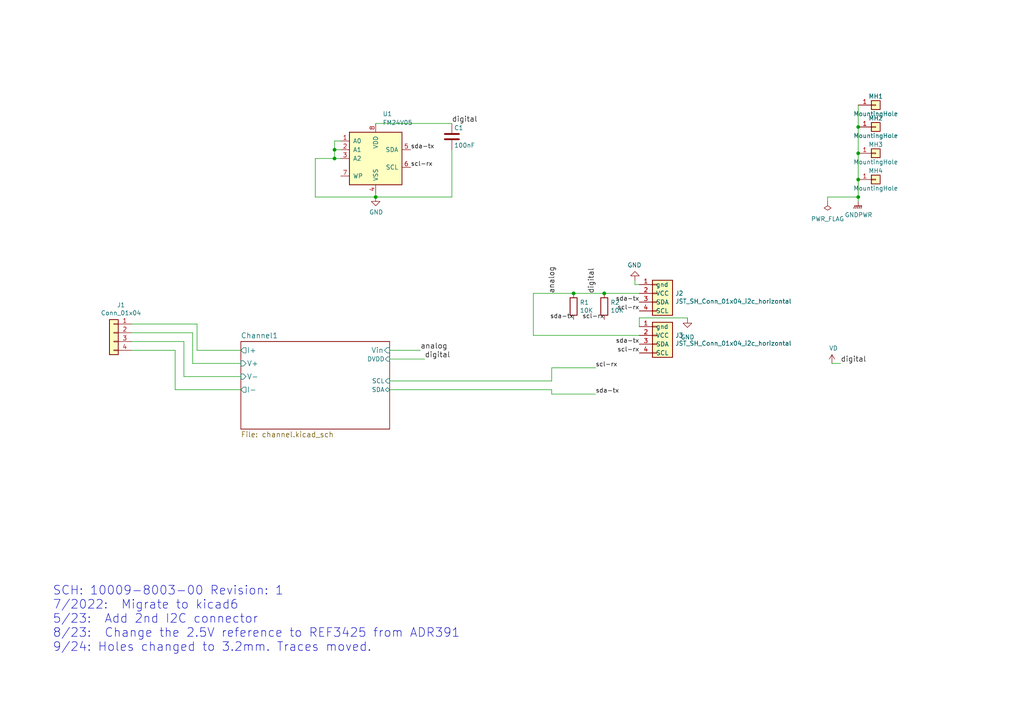
<source format=kicad_sch>
(kicad_sch (version 20230121) (generator eeschema)
  (paper "A4")
  (lib_symbols
    (symbol "0JLC-6:10K" (pin_numbers hide) (pin_names (offset 0))
      (property "Reference" "R" (at 2.032 0 90))
      (property "Value" "10K" (at 0 0 90))
      (symbol "10K_0_1"
        (rectangle (start -1.016 -2.54) (end 1.016 2.54) (stroke (width 0.254)))
      )
      (symbol "10K_1_1"
        (pin passive line (at 0 3.81 270) (length 1.27) (name "~") (number "1"))
        (pin passive line (at 0 -3.81 90) (length 1.27) (name "~") (number "2"))
      )
    )
    (symbol "0JLC-6:JST_SH_Conn_01x04_i2c_horizontal" (pin_names (offset 1.016))
      (property "Reference" "J" (at 0 5.08 0))
      (property "Value" "JST_SH_Conn_01x04_i2c_horizontal" (at 0 -7.62 0))
      (symbol "JST_SH_Conn_01x04_i2c_horizontal_1_1"
        (rectangle (start -1.27 -4.953) (end 0 -5.207) (stroke (width 0.1524)))
        (rectangle (start -1.27 -2.413) (end 0 -2.667) (stroke (width 0.1524)))
        (rectangle (start -1.27 0.127) (end 0 -0.127) (stroke (width 0.1524)))
        (rectangle (start -1.27 2.667) (end 0 2.413) (stroke (width 0.1524)))
        (rectangle (start -1.27 3.81) (end 4.572 -6.35) (stroke (width 0.254)) (fill (type background)))
        (pin passive line (at -5.08 2.54 0) (length 3.81) (name "gnd") (number "1"))
        (pin passive line (at -5.08 0 0) (length 3.81) (name "VCC") (number "2"))
        (pin passive line (at -5.08 -2.54 0) (length 3.81) (name "SDA") (number "3"))
        (pin passive line (at -5.08 -5.08 0) (length 3.81) (name "SCL") (number "4"))
      )
    )
    (symbol "Connector_Generic:Conn_01x04" (pin_names (offset 1.016) hide)
      (property "Reference" "J" (at 0 5.08 0))
      (property "Value" "Conn_01x04" (at 0 -7.62 0))
      (symbol "Conn_01x04_1_1"
        (rectangle (start -1.27 -4.953) (end 0 -5.207) (stroke (width 0.1524)))
        (rectangle (start -1.27 -2.413) (end 0 -2.667) (stroke (width 0.1524)))
        (rectangle (start -1.27 0.127) (end 0 -0.127) (stroke (width 0.1524)))
        (rectangle (start -1.27 2.667) (end 0 2.413) (stroke (width 0.1524)))
        (rectangle (start -1.27 3.81) (end 1.27 -6.35) (stroke (width 0.254)) (fill (type background)))
        (pin passive line (at -5.08 2.54 0) (length 3.81) (name "Pin_1") (number "1"))
        (pin passive line (at -5.08 0 0) (length 3.81) (name "Pin_2") (number "2"))
        (pin passive line (at -5.08 -2.54 0) (length 3.81) (name "Pin_3") (number "3"))
        (pin passive line (at -5.08 -5.08 0) (length 3.81) (name "Pin_4") (number "4"))
      )
    )
    (symbol "Device:C" (pin_numbers hide) (pin_names (offset 0.254))
      (property "Reference" "C" (at 0.635 2.54 0))
      (property "Value" "C" (at 0.635 -2.54 0))
      (symbol "C_0_1"
        (polyline (pts (xy -2.032 -0.762) (xy 2.032 -0.762)) (stroke (width 0.508)))
        (polyline (pts (xy -2.032 0.762) (xy 2.032 0.762)) (stroke (width 0.508)))
      )
      (symbol "C_1_1"
        (pin passive line (at 0 3.81 270) (length 2.794) (name "~") (number "1"))
        (pin passive line (at 0 -3.81 90) (length 2.794) (name "~") (number "2"))
      )
    )
    (symbol "MH:MountingHole" (pin_names (offset 1.016) hide)
      (property "Reference" "MH" (at 0 2.54 0))
      (property "Value" "MountingHole" (at 0 -2.54 0))
      (symbol "MountingHole_1_1"
        (rectangle (start -1.27 0.127) (end 0 -0.127) (stroke (width 0.1524)))
        (rectangle (start -1.27 1.27) (end 1.27 -1.27) (stroke (width 0.254)) (fill (type background)))
        (pin passive line (at -5.08 0 0) (length 3.81) (name "Pin_1") (number "1"))
      )
    )
    (symbol "Memory_NVRAM:FM24C64C" (pin_names (offset 1.016))
      (property "Reference" "U" (at -5.08 8.89 0))
      (property "Value" "FM24C64C" (at 6.35 -8.89 0))
      (symbol "FM24C64C_0_1"
        (rectangle (start -7.62 7.62) (end 7.62 -7.62) (stroke (width 0.254)) (fill (type background)))
      )
      (symbol "FM24C64C_1_1"
        (pin input line (at -10.16 5.08 0) (length 2.54) (name "A0") (number "1"))
        (pin input line (at -10.16 2.54 0) (length 2.54) (name "A1") (number "2"))
        (pin input line (at -10.16 0 0) (length 2.54) (name "A2") (number "3"))
        (pin power_in line (at 0 -10.16 90) (length 2.54) (name "VSS") (number "4"))
        (pin bidirectional line (at 10.16 2.54 180) (length 2.54) (name "SDA") (number "5"))
        (pin input line (at 10.16 -2.54 180) (length 2.54) (name "SCL") (number "6"))
        (pin input line (at -10.16 -5.08 0) (length 2.54) (name "WP") (number "7"))
        (pin power_in line (at 0 10.16 270) (length 2.54) (name "VDD") (number "8"))
      )
    )
    (symbol "power:GND" (power) (pin_names (offset 0))
      (property "Value" "GND" (at 0 -3.81 0))
      (symbol "GND_0_1"
        (polyline (pts (xy 0 0) (xy 0 -1.27) (xy 1.27 -1.27) (xy 0 -2.54) (xy -1.27 -1.27) (xy 0 -1.27)))
      )
      (symbol "GND_1_1"
        (pin power_in line (at 0 0 270) (length 0) hide (name "GND") (number "1"))
      )
    )
    (symbol "power:GNDPWR" (power) (pin_names (offset 0))
      (property "Value" "GNDPWR" (at 0 -3.302 0))
      (symbol "GNDPWR_0_1"
        (polyline (pts (xy 0 -1.27) (xy 0 0)))
        (polyline (pts (xy -1.016 -1.27) (xy -1.27 -2.032) (xy -1.27 -2.032)) (stroke (width 0.2032)))
        (polyline (pts (xy -0.508 -1.27) (xy -0.762 -2.032) (xy -0.762 -2.032)) (stroke (width 0.2032)))
        (polyline (pts (xy 0 -1.27) (xy -0.254 -2.032) (xy -0.254 -2.032)) (stroke (width 0.2032)))
        (polyline (pts (xy 0.508 -1.27) (xy 0.254 -2.032) (xy 0.254 -2.032)) (stroke (width 0.2032)))
        (polyline (pts (xy 1.016 -1.27) (xy -1.016 -1.27) (xy -1.016 -1.27)) (stroke (width 0.2032)))
        (polyline (pts (xy 1.016 -1.27) (xy 0.762 -2.032) (xy 0.762 -2.032) (xy 0.762 -2.032)) (stroke (width 0.2032)))
      )
      (symbol "GNDPWR_1_1"
        (pin power_in line (at 0 0 270) (length 0) hide (name "GNDPWR") (number "1"))
      )
    )
    (symbol "power:PWR_FLAG" (power) (pin_numbers hide) (pin_names (offset 0) hide)
      (property "Value" "PWR_FLAG" (at 0 3.81 0))
      (symbol "PWR_FLAG_0_0"
        (pin power_out line (at 0 0 90) (length 0) (name "pwr") (number "1"))
      )
      (symbol "PWR_FLAG_0_1"
        (polyline (pts (xy 0 0) (xy 0 1.27) (xy -1.016 1.905) (xy 0 2.54) (xy 1.016 1.905) (xy 0 1.27)))
      )
    )
    (symbol "power:VD" (power) (pin_names (offset 0))
      (property "Value" "VD" (at 0 3.81 0))
      (symbol "VD_0_1"
        (polyline (pts (xy -0.762 1.27) (xy 0 2.54)))
        (polyline (pts (xy 0 0) (xy 0 2.54)))
        (polyline (pts (xy 0 2.54) (xy 0.762 1.27)))
      )
      (symbol "VD_1_1"
        (pin power_in line (at 0 0 90) (length 0) hide (name "VD") (number "1"))
      )
    )
  )
  (junction (at 108.966 57.15))
  (junction (at 97.028 45.974))
  (junction (at 175.26 85.09))
  (junction (at 248.92 52.07))
  (junction (at 248.92 36.83))
  (junction (at 166.37 85.09))
  (junction (at 97.028 43.434))
  (junction (at 248.92 44.45))
  (junction (at 248.92 57.15))
  (wire (pts (xy 154.686 97.282) (xy 154.686 85.09)))
  (wire (pts (xy 109.22 57.15) (xy 131.064 57.15)))
  (wire (pts (xy 113.03 113.03) (xy 160.02 113.03)))
  (wire (pts (xy 160.02 110.49) (xy 160.02 106.68)))
  (wire (pts (xy 185.42 92.202) (xy 199.39 92.202)))
  (wire (pts (xy 248.92 57.15) (xy 248.92 58.42)))
  (wire (pts (xy 131.064 43.434) (xy 131.064 57.15)))
  (wire (pts (xy 108.966 56.134) (xy 108.966 57.15)))
  (wire (pts (xy 199.39 92.202) (xy 199.39 92.456)))
  (wire (pts (xy 241.3 105.41) (xy 243.84 105.41)))
  (wire (pts (xy 57.15 93.98) (xy 57.15 101.6)))
  (wire (pts (xy 121.92 101.6) (xy 113.03 101.6)))
  (wire (pts (xy 53.34 99.06) (xy 53.34 109.22)))
  (wire (pts (xy 185.42 94.742) (xy 185.42 92.202)))
  (wire (pts (xy 91.44 45.974) (xy 97.028 45.974)))
  (wire (pts (xy 184.15 82.55) (xy 184.15 81.28)))
  (wire (pts (xy 55.88 105.41) (xy 69.85 105.41)))
  (wire (pts (xy 98.806 45.974) (xy 97.028 45.974)))
  (wire (pts (xy 55.88 105.41) (xy 55.88 96.52)))
  (wire (pts (xy 185.42 97.282) (xy 154.686 97.282)))
  (wire (pts (xy 97.028 43.434) (xy 97.028 40.894)))
  (wire (pts (xy 113.03 104.14) (xy 123.19 104.14)))
  (wire (pts (xy 55.88 96.52) (xy 38.1 96.52)))
  (wire (pts (xy 175.26 85.09) (xy 185.42 85.09)))
  (wire (pts (xy 38.1 101.6) (xy 50.8 101.6)))
  (wire (pts (xy 97.028 40.894) (xy 98.806 40.894)))
  (wire (pts (xy 240.03 58.42) (xy 240.03 57.15)))
  (wire (pts (xy 50.8 113.03) (xy 50.8 101.6)))
  (wire (pts (xy 69.85 113.03) (xy 50.8 113.03)))
  (wire (pts (xy 91.44 57.15) (xy 91.44 45.974)))
  (wire (pts (xy 166.37 85.09) (xy 175.26 85.09)))
  (wire (pts (xy 53.34 109.22) (xy 69.85 109.22)))
  (wire (pts (xy 154.686 85.09) (xy 166.37 85.09)))
  (wire (pts (xy 185.42 82.55) (xy 184.15 82.55)))
  (wire (pts (xy 160.02 113.03) (xy 160.02 114.3)))
  (wire (pts (xy 248.92 44.45) (xy 248.92 52.07)))
  (wire (pts (xy 108.966 57.15) (xy 91.44 57.15)))
  (wire (pts (xy 248.92 36.83) (xy 248.92 44.45)))
  (wire (pts (xy 108.966 35.814) (xy 131.064 35.814)))
  (wire (pts (xy 57.15 101.6) (xy 69.85 101.6)))
  (wire (pts (xy 240.03 57.15) (xy 248.92 57.15)))
  (wire (pts (xy 97.028 45.974) (xy 97.028 43.434)))
  (wire (pts (xy 38.1 93.98) (xy 57.15 93.98)))
  (wire (pts (xy 160.02 106.68) (xy 172.72 106.68)))
  (wire (pts (xy 97.028 43.434) (xy 98.806 43.434)))
  (wire (pts (xy 160.02 114.3) (xy 172.72 114.3)))
  (wire (pts (xy 248.92 30.48) (xy 248.92 36.83)))
  (wire (pts (xy 113.03 110.49) (xy 160.02 110.49)))
  (wire (pts (xy 248.92 52.07) (xy 248.92 57.15)))
  (wire (pts (xy 38.1 99.06) (xy 53.34 99.06)))
  (text "SCH: 10009-8003-00 Revision: 1\n7/2022:  Migrate to kicad6\n5/23:  Add 2nd I2C connector\n8/23:  Change the 2.5V reference to REF3425 from ADR391\n9/24: Holes changed to 3.2mm. Traces moved. " (at 15.24 189.23 0) (effects (font (size 2.54 2.54)) (justify left bottom)))
  (label "sda-tx" (at 172.72 114.3 0))
  (label "analog" (at 121.92 101.6 0) (effects (font (size 1.524 1.524))))
  (label "scl-rx" (at 185.42 90.17 180))
  (label "scl-rx" (at 185.42 102.362 180))
  (label "sda-tx" (at 119.126 43.434 0))
  (label "digital" (at 243.84 105.41 0) (effects (font (size 1.524 1.524))))
  (label "scl-rx" (at 172.72 106.68 0))
  (label "analog" (at 161.29 85.09 90) (effects (font (size 1.524 1.524))))
  (label "scl-rx" (at 119.126 48.514 0))
  (label "digital" (at 172.72 85.09 90) (effects (font (size 1.524 1.524))))
  (label "digital" (at 123.19 104.14 0) (effects (font (size 1.524 1.524))))
  (label "sda-tx" (at 166.37 92.71 180))
  (label "sda-tx" (at 185.42 87.63 180))
  (label "sda-tx" (at 185.42 99.822 180))
  (label "scl-rx" (at 175.26 92.71 180))
  (label "digital" (at 131.064 35.814 0) (effects (font (size 1.524 1.524))))
  (symbol (lib_id "MH:MountingHole") (at 254 30.48 0) (unit 1)
    (property "Reference" "MH1" (at 254 27.94 0))
    (property "Value" "MountingHole" (at 254 33.02 0))
    (property "Footprint" "MountingHole:MountingHole_3.2mm_M3_DIN965_Pad" (effects hide))
    (property "MFR" "-" (effects hide))
    (property "MPN" "-" (effects hide))
    (property "SPN" "-" (effects hide))
    (property "SPR" "-" (effects hide))
    (property "SPURL" "-" (effects hide))
  )
  (symbol (lib_id "MH:MountingHole") (at 254 36.83 0) (unit 1)
    (property "Reference" "MH2" (at 254 34.29 0))
    (property "Value" "MountingHole" (at 254 39.37 0))
    (property "Footprint" "MountingHole:MountingHole_3.2mm_M3_DIN965_Pad" (effects hide))
    (property "MFR" "-" (effects hide))
    (property "MPN" "-" (effects hide))
    (property "SPN" "-" (effects hide))
    (property "SPR" "-" (effects hide))
    (property "SPURL" "-" (effects hide))
  )
  (symbol (lib_id "MH:MountingHole") (at 254 44.45 0) (unit 1)
    (property "Reference" "MH3" (at 254 41.91 0))
    (property "Value" "MountingHole" (at 254 46.99 0))
    (property "Footprint" "MountingHole:MountingHole_3.2mm_M3_DIN965_Pad" (effects hide))
    (property "MFR" "-" (effects hide))
    (property "MPN" "-" (effects hide))
    (property "SPN" "-" (effects hide))
    (property "SPR" "-" (effects hide))
    (property "SPURL" "-" (effects hide))
  )
  (symbol (lib_id "MH:MountingHole") (at 254 52.07 0) (unit 1)
    (property "Reference" "MH4" (at 254 49.53 0))
    (property "Value" "MountingHole" (at 254 54.61 0))
    (property "Footprint" "MountingHole:MountingHole_3.2mm_M3_DIN965_Pad" (effects hide))
    (property "MFR" "-" (effects hide))
    (property "MPN" "-" (effects hide))
    (property "SPN" "-" (effects hide))
    (property "SPR" "-" (effects hide))
    (property "SPURL" "-" (effects hide))
  )
  (symbol (lib_id "power:VD") (at 241.3 105.41 0) (unit 1)
    (property "Reference" "#PWR04" (effects hide))
    (property "Value" "VD" (at 241.7318 101.0158 0))
  )
  (symbol (lib_id "0JLC-6:10K") (at 166.37 88.9 0) (unit 1)
    (property "Reference" "R1" (at 168.148 87.7316 0) (effects (justify left)))
    (property "Value" "10K" (at 168.148 90.043 0) (effects (justify left)))
    (property "Footprint" "Resistor_SMD:R_0603_1608Metric_Pad1.05x0.95mm_HandSolder" (effects hide))
    (property "LCSC" "C25804" (effects hide))
    (property "MPN" "0603WAF1002T5E" (effects hide))
  )
  (symbol (lib_id "0JLC-6:10K") (at 175.26 88.9 0) (unit 1)
    (property "Reference" "R2" (at 177.038 87.7316 0) (effects (justify left)))
    (property "Value" "10K" (at 177.038 90.043 0) (effects (justify left)))
    (property "Footprint" "Resistor_SMD:R_0603_1608Metric_Pad1.05x0.95mm_HandSolder" (effects hide))
    (property "LCSC" "C25804" (effects hide))
    (property "MPN" "0603WAF1002T5E" (effects hide))
  )
  (symbol (lib_id "power:GNDPWR") (at 248.92 58.42 0) (unit 1)
    (property "Reference" "#PWR05" (effects hide))
    (property "Value" "GNDPWR" (at 249.0216 62.3316 0))
  )
  (symbol (lib_id "0JLC-6:JST_SH_Conn_01x04_i2c_horizontal") (at 190.5 85.09 0) (unit 1)
    (property "Reference" "J2" (at 195.834 85.09 0) (effects (justify left)))
    (property "Value" "JST_SH_Conn_01x04_i2c_horizontal" (at 195.834 87.4014 0) (effects (justify left)))
    (property "Footprint" "Connector_JST:JST_SH_SM04B-SRSS-TB_1x04-1MP_P1.00mm_Horizontal" (effects hide))
    (property "LCSC" "C371571" (effects hide))
    (property "MPN" "A1001WR-S" (effects hide))
  )
  (symbol (lib_id "power:GND") (at 184.15 81.28 180) (unit 1)
    (property "Reference" "#PWR02" (effects hide))
    (property "Value" "GND" (at 184.023 76.8858 0))
  )
  (symbol (lib_id "Connector_Generic:Conn_01x04") (at 33.02 96.52 0) (mirror y) (unit 1)
    (property "Reference" "J1" (at 35.1028 88.4682 0))
    (property "Value" "Conn_01x04" (at 35.1028 90.7796 0))
    (property "Footprint" "Connector_JST:JST_SH_SM04B-SRSS-TB_1x04-1MP_P1.00mm_Horizontal" (effects hide))
    (property "LCSC" "C371571" (effects hide))
    (property "MPN" "A1001WR-S-04PD01" (effects hide))
  )
  (symbol (lib_id "0JLC-6:JST_SH_Conn_01x04_i2c_horizontal") (at 190.5 97.282 0) (unit 1)
    (property "Reference" "J3" (at 195.834 97.282 0) (effects (justify left)))
    (property "Value" "JST_SH_Conn_01x04_i2c_horizontal" (at 195.834 99.5934 0) (effects (justify left)))
    (property "Footprint" "Connector_JST:JST_SH_SM04B-SRSS-TB_1x04-1MP_P1.00mm_Horizontal" (effects hide))
    (property "LCSC" "C371571" (effects hide))
    (property "MPN" "A1001WR-S" (effects hide))
  )
  (symbol (lib_id "Device:C") (at 131.064 39.624 0) (unit 1)
    (property "Reference" "C1" (at 131.699 37.084 0) (effects (justify left)))
    (property "Value" "100nF" (at 131.699 42.164 0) (effects (justify left)))
    (property "Footprint" "Capacitor_SMD:C_0402_1005Metric" (effects hide))
    (property "Datasheet" "CC0603KRX7R9BB104" (effects hide))
    (property "MPN" "CL05B104KO5NNNC" (effects hide))
    (property "SPURL" "-" (effects hide))
    (property "MFR" "Samsung" (effects hide))
    (property "LCSC" "C1525" (effects hide))
  )
  (symbol (lib_id "power:PWR_FLAG") (at 240.03 58.42 180) (unit 1)
    (property "Reference" "#FLG01" (effects hide))
    (property "Value" "PWR_FLAG" (at 240.03 63.5 0))
  )
  (symbol (lib_id "Memory_NVRAM:FM24C64C") (at 108.966 45.974 0) (unit 1)
    (property "Reference" "U1" (at 110.9854 33.02 0) (effects (justify left)))
    (property "Value" "FM24V05" (at 110.9854 35.56 0) (effects (justify left)))
    (property "Footprint" "Package_SO:SOIC-8_3.9x4.9mm_P1.27mm" (effects hide))
    (property "Datasheet" "https://datasheet.lcsc.com/lcsc/1806121739_Cypress-Semicon-FM24V05-GTR_C66021.pdf" (effects hide))
    (property "LCSC" "C66021" (effects hide))
  )
  (symbol (lib_id "power:GND") (at 199.39 92.456 0) (unit 1)
    (property "Reference" "#PWR03" (effects hide))
    (property "Value" "GND" (at 199.39 97.79 0))
  )
  (symbol (lib_id "power:GND") (at 108.966 57.15 0) (unit 1)
    (property "Reference" "#PWR01" (effects hide))
    (property "Value" "GND" (at 109.093 61.5442 0))
  )
  (sheet (at 69.85 99.06) (size 43.18 25.4)
    (property "Sheetname" "Channel1" (at 69.85 98.2214 0) (effects (font (size 1.524 1.524)) (justify left bottom)))
    (property "Sheetfile" "channel.kicad_sch" (at 69.85 125.1462 0) (effects (font (size 1.524 1.524)) (justify left top)))
    (pin "Vin" input (at 113.03 101.6 0) (effects (font (size 1.524 1.524))))
    (pin "I+" output (at 69.85 101.6 180) (effects (font (size 1.524 1.524))))
    (pin "V+" input (at 69.85 105.41 180) (effects (font (size 1.524 1.524))))
    (pin "V-" input (at 69.85 109.22 180) (effects (font (size 1.524 1.524))))
    (pin "I-" output (at 69.85 113.03 180) (effects (font (size 1.524 1.524))))
    (pin "SCL" input (at 113.03 110.49 0))
    (pin "SDA" bidirectional (at 113.03 113.03 0))
    (pin "DVDD" input (at 113.03 104.14 0))
  )
)
</source>
